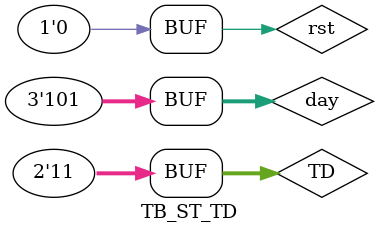
<source format=v>
`timescale 1ns / 1ps


module TB_ST_TD;

	// Inputs
	reg [2:0]day;
	reg [1:0] TD;
	reg rst;
	

	// Outputs
	wire [3:0] l10;
	wire [3:0] l9;
	wire [3:0] l8;
	wire [3:0] l7;
	wire [3:0] l6;
	wire [3:0] l5;
	wire [3:0] l4;
	wire [3:0] l3;
	wire [3:0] l2;
	wire [3:0] l1;

	// Instantiate the Unit Under Test (UUT)
	ST_TD uut (
		.l10(l10), 
		.l9(l9), 
		.l8(l8), 
		.l7(l7), 
		.l6(l6), 
		.l5(l5), 
		.l4(l4), 
		.l3(l3), 
		.l2(l2), 
		.l1(l1), 
		.day(day), 
		.TD(TD), 
		.rst(rst)
		
	);

	initial begin
		// Initialize Inputs
		day = 3'b000;
		TD = 2'b00;
		rst = 1;
		

		// Wait 100 ns for global reset to finish
		#100;
      day = 3'b111; // day
		rst = 0;
		
		#100;        //night---1st
      day = 3'b101;
		TD = 2'b00;
		
		#100;        //night---2nd
      TD = 2'b01;
		#100;        //night---3rd
      TD = 2'b10;
		#100;        //night---4th
      TD = 2'b11;
		#100;        
      
		
		
		
	end
   
endmodule



</source>
